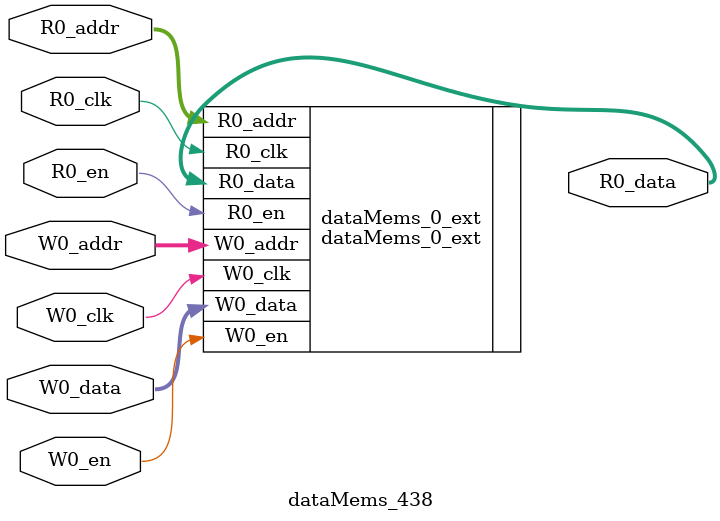
<source format=sv>
`ifndef RANDOMIZE
  `ifdef RANDOMIZE_REG_INIT
    `define RANDOMIZE
  `endif // RANDOMIZE_REG_INIT
`endif // not def RANDOMIZE
`ifndef RANDOMIZE
  `ifdef RANDOMIZE_MEM_INIT
    `define RANDOMIZE
  `endif // RANDOMIZE_MEM_INIT
`endif // not def RANDOMIZE

`ifndef RANDOM
  `define RANDOM $random
`endif // not def RANDOM

// Users can define 'PRINTF_COND' to add an extra gate to prints.
`ifndef PRINTF_COND_
  `ifdef PRINTF_COND
    `define PRINTF_COND_ (`PRINTF_COND)
  `else  // PRINTF_COND
    `define PRINTF_COND_ 1
  `endif // PRINTF_COND
`endif // not def PRINTF_COND_

// Users can define 'ASSERT_VERBOSE_COND' to add an extra gate to assert error printing.
`ifndef ASSERT_VERBOSE_COND_
  `ifdef ASSERT_VERBOSE_COND
    `define ASSERT_VERBOSE_COND_ (`ASSERT_VERBOSE_COND)
  `else  // ASSERT_VERBOSE_COND
    `define ASSERT_VERBOSE_COND_ 1
  `endif // ASSERT_VERBOSE_COND
`endif // not def ASSERT_VERBOSE_COND_

// Users can define 'STOP_COND' to add an extra gate to stop conditions.
`ifndef STOP_COND_
  `ifdef STOP_COND
    `define STOP_COND_ (`STOP_COND)
  `else  // STOP_COND
    `define STOP_COND_ 1
  `endif // STOP_COND
`endif // not def STOP_COND_

// Users can define INIT_RANDOM as general code that gets injected into the
// initializer block for modules with registers.
`ifndef INIT_RANDOM
  `define INIT_RANDOM
`endif // not def INIT_RANDOM

// If using random initialization, you can also define RANDOMIZE_DELAY to
// customize the delay used, otherwise 0.002 is used.
`ifndef RANDOMIZE_DELAY
  `define RANDOMIZE_DELAY 0.002
`endif // not def RANDOMIZE_DELAY

// Define INIT_RANDOM_PROLOG_ for use in our modules below.
`ifndef INIT_RANDOM_PROLOG_
  `ifdef RANDOMIZE
    `ifdef VERILATOR
      `define INIT_RANDOM_PROLOG_ `INIT_RANDOM
    `else  // VERILATOR
      `define INIT_RANDOM_PROLOG_ `INIT_RANDOM #`RANDOMIZE_DELAY begin end
    `endif // VERILATOR
  `else  // RANDOMIZE
    `define INIT_RANDOM_PROLOG_
  `endif // RANDOMIZE
`endif // not def INIT_RANDOM_PROLOG_

// Include register initializers in init blocks unless synthesis is set
`ifndef SYNTHESIS
  `ifndef ENABLE_INITIAL_REG_
    `define ENABLE_INITIAL_REG_
  `endif // not def ENABLE_INITIAL_REG_
`endif // not def SYNTHESIS

// Include rmemory initializers in init blocks unless synthesis is set
`ifndef SYNTHESIS
  `ifndef ENABLE_INITIAL_MEM_
    `define ENABLE_INITIAL_MEM_
  `endif // not def ENABLE_INITIAL_MEM_
`endif // not def SYNTHESIS

module dataMems_438(	// @[generators/ara/src/main/scala/UnsafeAXI4ToTL.scala:365:62]
  input  [4:0]  R0_addr,
  input         R0_en,
  input         R0_clk,
  output [66:0] R0_data,
  input  [4:0]  W0_addr,
  input         W0_en,
  input         W0_clk,
  input  [66:0] W0_data
);

  dataMems_0_ext dataMems_0_ext (	// @[generators/ara/src/main/scala/UnsafeAXI4ToTL.scala:365:62]
    .R0_addr (R0_addr),
    .R0_en   (R0_en),
    .R0_clk  (R0_clk),
    .R0_data (R0_data),
    .W0_addr (W0_addr),
    .W0_en   (W0_en),
    .W0_clk  (W0_clk),
    .W0_data (W0_data)
  );
endmodule


</source>
